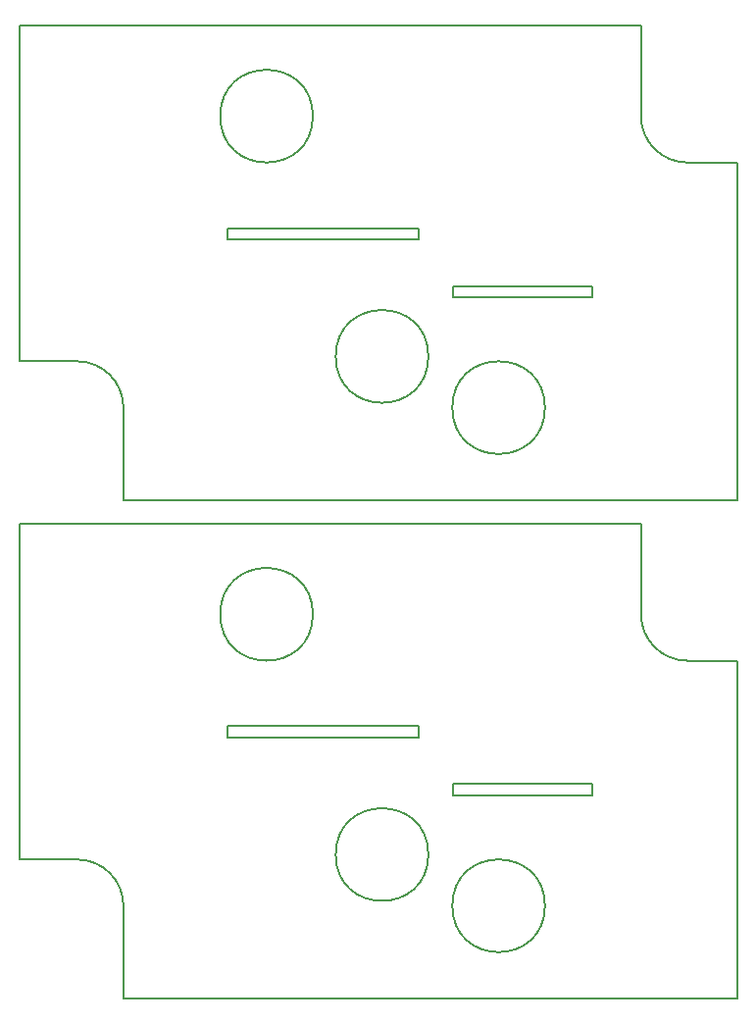
<source format=gbr>
G04 #@! TF.GenerationSoftware,KiCad,Pcbnew,(5.0.0)*
G04 #@! TF.CreationDate,2018-10-11T14:10:44+03:00*
G04 #@! TF.ProjectId,dviguba_plokste,647669677562615F706C6F6B7374652E,rev?*
G04 #@! TF.SameCoordinates,Original*
G04 #@! TF.FileFunction,Profile,NP*
%FSLAX46Y46*%
G04 Gerber Fmt 4.6, Leading zero omitted, Abs format (unit mm)*
G04 Created by KiCad (PCBNEW (5.0.0)) date 10/11/18 14:10:44*
%MOMM*%
%LPD*%
G01*
G04 APERTURE LIST*
%ADD10C,0.200000*%
G04 APERTURE END LIST*
D10*
X141000000Y-100840000D02*
X141000000Y-130000000D01*
X136690000Y-100840000D02*
G75*
G02X132690000Y-96840000I0J4000000D01*
G01*
X136690000Y-100840000D02*
X141000000Y-100840000D01*
X84000000Y-118000000D02*
G75*
G02X88000000Y-122000000I0J-4000000D01*
G01*
X132690000Y-96840000D02*
X132690000Y-89000000D01*
X79000000Y-89000000D02*
X132690000Y-89000000D01*
X88000000Y-122000000D02*
X88000000Y-130000000D01*
X141000000Y-130000000D02*
X88000000Y-130000000D01*
X104360000Y-96840000D02*
G75*
G03X104360000Y-96840000I-4000000J0D01*
G01*
X79000000Y-118000000D02*
X84000000Y-118000000D01*
X79000000Y-118000000D02*
X79000000Y-89000000D01*
X97000000Y-107500000D02*
X97000000Y-106500000D01*
X116500000Y-111500000D02*
X128500000Y-111500000D01*
X116500000Y-112500000D02*
X116500000Y-111500000D01*
X128500000Y-111500000D02*
X128500000Y-112500000D01*
X113500000Y-107500000D02*
X97000000Y-107500000D01*
X114330000Y-117580000D02*
G75*
G03X114330000Y-117580000I-4000000J0D01*
G01*
X113500000Y-106500000D02*
X113500000Y-107500000D01*
X124400000Y-122000000D02*
G75*
G03X124400000Y-122000000I-4000000J0D01*
G01*
X97000000Y-106500000D02*
X113500000Y-106500000D01*
X128500000Y-112500000D02*
X116500000Y-112500000D01*
X116500000Y-69500000D02*
X116500000Y-68500000D01*
X128500000Y-69500000D02*
X116500000Y-69500000D01*
X128500000Y-68500000D02*
X128500000Y-69500000D01*
X116500000Y-68500000D02*
X128500000Y-68500000D01*
X97000000Y-64500000D02*
X97000000Y-63500000D01*
X113500000Y-64500000D02*
X97000000Y-64500000D01*
X113500000Y-63500000D02*
X113500000Y-64500000D01*
X97000000Y-63500000D02*
X113500000Y-63500000D01*
X114330000Y-74580000D02*
G75*
G03X114330000Y-74580000I-4000000J0D01*
G01*
X124400000Y-79000000D02*
G75*
G03X124400000Y-79000000I-4000000J0D01*
G01*
X104360000Y-53840000D02*
G75*
G03X104360000Y-53840000I-4000000J0D01*
G01*
X132690000Y-53840000D02*
X132690000Y-46000000D01*
X136690000Y-57840000D02*
X141000000Y-57840000D01*
X136690000Y-57840000D02*
G75*
G02X132690000Y-53840000I0J4000000D01*
G01*
X88000000Y-79000000D02*
X88000000Y-87000000D01*
X79000000Y-75000000D02*
X84000000Y-75000000D01*
X84000000Y-75000000D02*
G75*
G02X88000000Y-79000000I0J-4000000D01*
G01*
X141000000Y-87000000D02*
X88000000Y-87000000D01*
X141000000Y-57840000D02*
X141000000Y-87000000D01*
X79000000Y-46000000D02*
X132690000Y-46000000D01*
X79000000Y-75000000D02*
X79000000Y-46000000D01*
M02*

</source>
